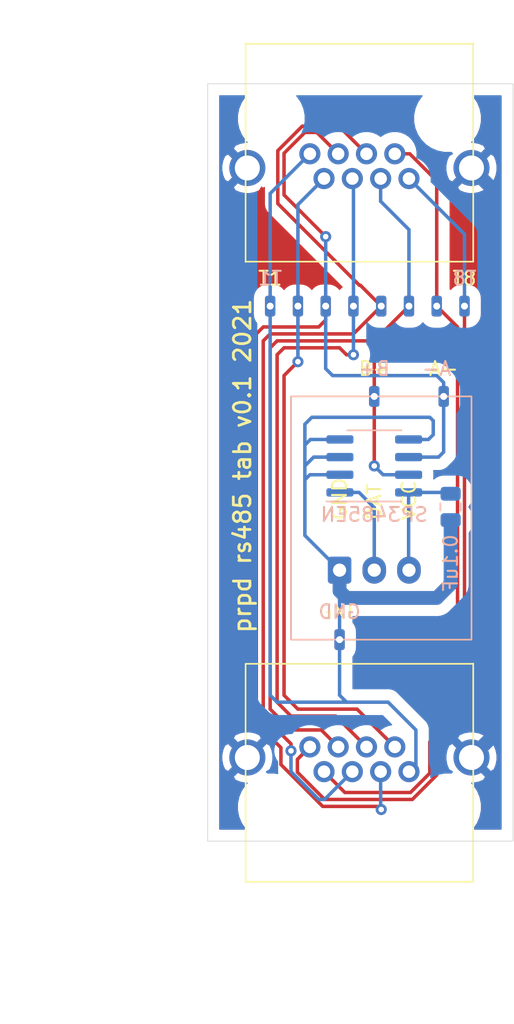
<source format=kicad_pcb>
(kicad_pcb (version 20171130) (host pcbnew 5.1.8+dfsg1-1~bpo10+1)

  (general
    (thickness 1.6)
    (drawings 28)
    (tracks 156)
    (zones 0)
    (modules 16)
    (nets 12)
  )

  (page A4)
  (layers
    (0 F.Cu signal)
    (31 B.Cu signal)
    (32 B.Adhes user)
    (33 F.Adhes user)
    (34 B.Paste user)
    (35 F.Paste user)
    (36 B.SilkS user)
    (37 F.SilkS user)
    (38 B.Mask user)
    (39 F.Mask user)
    (40 Dwgs.User user)
    (41 Cmts.User user)
    (42 Eco1.User user)
    (43 Eco2.User user)
    (44 Edge.Cuts user)
    (45 Margin user)
    (46 B.CrtYd user)
    (47 F.CrtYd user)
    (48 B.Fab user)
    (49 F.Fab user)
  )

  (setup
    (last_trace_width 0.25)
    (user_trace_width 1)
    (trace_clearance 0.2)
    (zone_clearance 0.8)
    (zone_45_only yes)
    (trace_min 0.2)
    (via_size 0.8)
    (via_drill 0.4)
    (via_min_size 0.4)
    (via_min_drill 0.3)
    (uvia_size 0.3)
    (uvia_drill 0.1)
    (uvias_allowed no)
    (uvia_min_size 0.2)
    (uvia_min_drill 0.1)
    (edge_width 0.05)
    (segment_width 0.2)
    (pcb_text_width 0.3)
    (pcb_text_size 1.5 1.5)
    (mod_edge_width 0.12)
    (mod_text_size 1 1)
    (mod_text_width 0.15)
    (pad_size 1.524 1.524)
    (pad_drill 0.762)
    (pad_to_mask_clearance 0)
    (aux_axis_origin 0 0)
    (visible_elements FFFFFF7F)
    (pcbplotparams
      (layerselection 0x010fc_ffffffff)
      (usegerberextensions false)
      (usegerberattributes true)
      (usegerberadvancedattributes true)
      (creategerberjobfile true)
      (excludeedgelayer true)
      (linewidth 0.100000)
      (plotframeref false)
      (viasonmask false)
      (mode 1)
      (useauxorigin false)
      (hpglpennumber 1)
      (hpglpenspeed 20)
      (hpglpendiameter 15.000000)
      (psnegative false)
      (psa4output false)
      (plotreference true)
      (plotvalue true)
      (plotinvisibletext false)
      (padsonsilk false)
      (subtractmaskfromsilk false)
      (outputformat 1)
      (mirror false)
      (drillshape 1)
      (scaleselection 1)
      (outputdirectory ""))
  )

  (net 0 "")
  (net 1 "Net-(J1-Pad2)")
  (net 2 "Net-(J1-Pad3)")
  (net 3 "Net-(J1-Pad4)")
  (net 4 "Net-(J1-Pad5)")
  (net 5 "Net-(J1-Pad6)")
  (net 6 "Net-(J1-Pad7)")
  (net 7 "Net-(J1-Pad8)")
  (net 8 "Net-(J2-Pad2)")
  (net 9 "Net-(J1-PadSH)")
  (net 10 "Net-(C1-Pad2)")
  (net 11 "Net-(C1-Pad1)")

  (net_class Default "This is the default net class."
    (clearance 0.2)
    (trace_width 0.25)
    (via_dia 0.8)
    (via_drill 0.4)
    (uvia_dia 0.3)
    (uvia_drill 0.1)
    (add_net "Net-(C1-Pad1)")
    (add_net "Net-(C1-Pad2)")
    (add_net "Net-(J1-Pad2)")
    (add_net "Net-(J1-Pad3)")
    (add_net "Net-(J1-Pad4)")
    (add_net "Net-(J1-Pad5)")
    (add_net "Net-(J1-Pad6)")
    (add_net "Net-(J1-Pad7)")
    (add_net "Net-(J1-Pad8)")
    (add_net "Net-(J1-PadSH)")
    (add_net "Net-(J2-Pad2)")
  )

  (module Connector_JST:JST_XH_B3B-XH-A_1x03_P2.50mm_Vertical (layer F.Cu) (tedit 600C6BF0) (tstamp 600CFFD3)
    (at 147 95.5)
    (descr "JST XH series connector, B3B-XH-A (http://www.jst-mfg.com/product/pdf/eng/eXH.pdf), generated with kicad-footprint-generator")
    (tags "connector JST XH vertical")
    (path /600E1A84)
    (fp_text reference J2 (at 2.5 2.75 90) (layer F.SilkS) hide
      (effects (font (size 1 1) (thickness 0.15)))
    )
    (fp_text value Conn_01x03 (at 2.5 4.6) (layer F.Fab)
      (effects (font (size 1 1) (thickness 0.15)))
    )
    (fp_line (start -2.45 -2.35) (end -2.45 3.4) (layer F.Fab) (width 0.1))
    (fp_line (start -2.45 3.4) (end 7.45 3.4) (layer F.Fab) (width 0.1))
    (fp_line (start 7.45 3.4) (end 7.45 -2.35) (layer F.Fab) (width 0.1))
    (fp_line (start 7.45 -2.35) (end -2.45 -2.35) (layer F.Fab) (width 0.1))
    (fp_line (start -2.95 -2.85) (end -2.95 3.9) (layer F.CrtYd) (width 0.05))
    (fp_line (start -2.95 3.9) (end 7.95 3.9) (layer F.CrtYd) (width 0.05))
    (fp_line (start 7.95 3.9) (end 7.95 -2.85) (layer F.CrtYd) (width 0.05))
    (fp_line (start 7.95 -2.85) (end -2.95 -2.85) (layer F.CrtYd) (width 0.05))
    (fp_line (start -0.625 -2.35) (end 0 -1.35) (layer F.Fab) (width 0.1))
    (fp_line (start 0 -1.35) (end 0.625 -2.35) (layer F.Fab) (width 0.1))
    (fp_text user %R (at 2.5 2.7) (layer F.Fab)
      (effects (font (size 1 1) (thickness 0.15)))
    )
    (pad 3 thru_hole oval (at 5 0) (size 1.7 1.95) (drill 0.95) (layers *.Cu *.Mask)
      (net 10 "Net-(C1-Pad2)"))
    (pad 2 thru_hole oval (at 2.5 0) (size 1.7 1.95) (drill 0.95) (layers *.Cu *.Mask)
      (net 8 "Net-(J2-Pad2)"))
    (pad 1 thru_hole roundrect (at 0 0) (size 1.7 1.95) (drill 0.95) (layers *.Cu *.Mask) (roundrect_rratio 0.147059)
      (net 11 "Net-(C1-Pad1)"))
    (model ${KISYS3DMOD}/Connector_JST.3dshapes/JST_XH_B3B-XH-A_1x03_P2.50mm_Vertical.wrl
      (at (xyz 0 0 0))
      (scale (xyz 1 1 1))
      (rotate (xyz 0 0 0))
    )
  )

  (module Package_SO:SOIC-8_3.9x4.9mm_P1.27mm (layer B.Cu) (tedit 5D9F72B1) (tstamp 600CE724)
    (at 149.5 88)
    (descr "SOIC, 8 Pin (JEDEC MS-012AA, https://www.analog.com/media/en/package-pcb-resources/package/pkg_pdf/soic_narrow-r/r_8.pdf), generated with kicad-footprint-generator ipc_gullwing_generator.py")
    (tags "SOIC SO")
    (path /600DC9C0)
    (attr smd)
    (fp_text reference U1 (at 0 3.4) (layer B.SilkS) hide
      (effects (font (size 1 1) (thickness 0.15)) (justify mirror))
    )
    (fp_text value SP3485EN (at 0 3.5) (layer B.SilkS)
      (effects (font (size 1 1) (thickness 0.15)) (justify mirror))
    )
    (fp_line (start 3.7 2.7) (end -3.7 2.7) (layer B.CrtYd) (width 0.05))
    (fp_line (start 3.7 -2.7) (end 3.7 2.7) (layer B.CrtYd) (width 0.05))
    (fp_line (start -3.7 -2.7) (end 3.7 -2.7) (layer B.CrtYd) (width 0.05))
    (fp_line (start -3.7 2.7) (end -3.7 -2.7) (layer B.CrtYd) (width 0.05))
    (fp_line (start -1.95 1.475) (end -0.975 2.45) (layer B.Fab) (width 0.1))
    (fp_line (start -1.95 -2.45) (end -1.95 1.475) (layer B.Fab) (width 0.1))
    (fp_line (start 1.95 -2.45) (end -1.95 -2.45) (layer B.Fab) (width 0.1))
    (fp_line (start 1.95 2.45) (end 1.95 -2.45) (layer B.Fab) (width 0.1))
    (fp_line (start -0.975 2.45) (end 1.95 2.45) (layer B.Fab) (width 0.1))
    (fp_line (start 0 2.56) (end -3.45 2.56) (layer B.SilkS) (width 0.12))
    (fp_line (start 0 2.56) (end 1.95 2.56) (layer B.SilkS) (width 0.12))
    (fp_line (start 0 -2.56) (end -1.95 -2.56) (layer B.SilkS) (width 0.12))
    (fp_line (start 0 -2.56) (end 1.95 -2.56) (layer B.SilkS) (width 0.12))
    (fp_text user %R (at 0 0) (layer B.Fab) hide
      (effects (font (size 0.98 0.98) (thickness 0.15)) (justify mirror))
    )
    (pad 8 smd roundrect (at 2.475 1.905) (size 1.95 0.6) (layers B.Cu B.Paste B.Mask) (roundrect_rratio 0.25)
      (net 10 "Net-(C1-Pad2)"))
    (pad 7 smd roundrect (at 2.475 0.635) (size 1.95 0.6) (layers B.Cu B.Paste B.Mask) (roundrect_rratio 0.25)
      (net 5 "Net-(J1-Pad6)"))
    (pad 6 smd roundrect (at 2.475 -0.635) (size 1.95 0.6) (layers B.Cu B.Paste B.Mask) (roundrect_rratio 0.25)
      (net 2 "Net-(J1-Pad3)"))
    (pad 5 smd roundrect (at 2.475 -1.905) (size 1.95 0.6) (layers B.Cu B.Paste B.Mask) (roundrect_rratio 0.25)
      (net 11 "Net-(C1-Pad1)"))
    (pad 4 smd roundrect (at -2.475 -1.905) (size 1.95 0.6) (layers B.Cu B.Paste B.Mask) (roundrect_rratio 0.25)
      (net 11 "Net-(C1-Pad1)"))
    (pad 3 smd roundrect (at -2.475 -0.635) (size 1.95 0.6) (layers B.Cu B.Paste B.Mask) (roundrect_rratio 0.25)
      (net 11 "Net-(C1-Pad1)"))
    (pad 2 smd roundrect (at -2.475 0.635) (size 1.95 0.6) (layers B.Cu B.Paste B.Mask) (roundrect_rratio 0.25)
      (net 11 "Net-(C1-Pad1)"))
    (pad 1 smd roundrect (at -2.475 1.905) (size 1.95 0.6) (layers B.Cu B.Paste B.Mask) (roundrect_rratio 0.25)
      (net 8 "Net-(J2-Pad2)"))
    (model ${KISYS3DMOD}/Package_SO.3dshapes/SOIC-8_3.9x4.9mm_P1.27mm.wrl
      (at (xyz 0 0 0))
      (scale (xyz 1 1 1))
      (rotate (xyz 0 0 0))
    )
  )

  (module "prpd_hardware:CAT5 T1U 2.8N4N" (layer F.Cu) (tedit 600C432F) (tstamp 600C9A7B)
    (at 148.43 67.32 180)
    (path /600C85C2)
    (fp_text reference J1 (at -0.07 5.82) (layer F.SilkS) hide
      (effects (font (size 1 1) (thickness 0.15)))
    )
    (fp_text value RJ45_Shielded (at 0 12) (layer F.Fab)
      (effects (font (size 1 1) (thickness 0.15)))
    )
    (fp_line (start 8.2 9.7) (end 8.2 -6) (layer F.SilkS) (width 0.12))
    (fp_line (start 8.2 9.7) (end -8.2 9.7) (layer F.SilkS) (width 0.12))
    (fp_line (start -8.2 -5.98) (end -8.2 9.72) (layer F.SilkS) (width 0.12))
    (fp_line (start 8.2 -5.98) (end -8.2 -5.98) (layer F.SilkS) (width 0.12))
    (fp_line (start 8.2 9.72) (end -8.2 9.72) (layer F.CrtYd) (width 0.12))
    (fp_line (start 8.2 -5.98) (end -8.2 -5.98) (layer F.CrtYd) (width 0.12))
    (fp_line (start -8.2 -5.98) (end -8.2 9.72) (layer F.CrtYd) (width 0.12))
    (fp_line (start 8.2 9.72) (end 8.2 -5.98) (layer F.CrtYd) (width 0.12))
    (fp_line (start -5 9) (end 5 9) (layer F.CrtYd) (width 0.12))
    (fp_text user %R (at 0 0) (layer F.Fab)
      (effects (font (size 1 1) (thickness 0.15)))
    )
    (pad SH thru_hole circle (at -8.075 0.76 180) (size 2.6 2.6) (drill 1.8) (layers *.Cu *.Mask)
      (net 9 "Net-(J1-PadSH)"))
    (pad 1 thru_hole circle (at 3.57 1.78 180) (size 1.524 1.524) (drill 0.9) (layers *.Cu *.Mask)
      (net 11 "Net-(C1-Pad1)"))
    (pad 2 thru_hole circle (at 2.55 0 180) (size 1.524 1.524) (drill 0.9) (layers *.Cu *.Mask)
      (net 1 "Net-(J1-Pad2)"))
    (pad 3 thru_hole circle (at 1.53 1.78 180) (size 1.524 1.524) (drill 0.9) (layers *.Cu *.Mask)
      (net 2 "Net-(J1-Pad3)"))
    (pad 4 thru_hole circle (at 0.51 0 180) (size 1.524 1.524) (drill 0.9) (layers *.Cu *.Mask)
      (net 3 "Net-(J1-Pad4)"))
    (pad 5 thru_hole circle (at -0.51 1.78 180) (size 1.524 1.524) (drill 0.9) (layers *.Cu *.Mask)
      (net 4 "Net-(J1-Pad5)"))
    (pad 6 thru_hole circle (at -1.53 0 180) (size 1.524 1.524) (drill 0.9) (layers *.Cu *.Mask)
      (net 5 "Net-(J1-Pad6)"))
    (pad 7 thru_hole circle (at -2.55 1.78 180) (size 1.524 1.524) (drill 0.9) (layers *.Cu *.Mask)
      (net 6 "Net-(J1-Pad7)"))
    (pad 8 thru_hole circle (at -3.57 0 180) (size 1.524 1.524) (drill 0.9) (layers *.Cu *.Mask)
      (net 7 "Net-(J1-Pad8)"))
    (pad SH thru_hole circle (at 8.075 0.76 180) (size 2.6 2.6) (drill 1.8) (layers *.Cu *.Mask)
      (net 9 "Net-(J1-PadSH)"))
    (pad "" np_thru_hole circle (at -6.35 4.32 180) (size 3.2 3.2) (drill 3.2) (layers *.Cu *.Mask))
    (pad "" np_thru_hole circle (at 6.35 4.32 180) (size 3.2 3.2) (drill 3.2) (layers *.Cu *.Mask))
  )

  (module prpd_hardware:tab (layer F.Cu) (tedit 600C493D) (tstamp 600CED3C)
    (at 149.5 83 180)
    (path /6017F0DA)
    (fp_text reference TI3 (at 0 -2) (layer F.SilkS) hide
      (effects (font (size 1 1) (thickness 0.15)))
    )
    (fp_text value B+ (at 0 2) (layer F.SilkS)
      (effects (font (size 1 1) (thickness 0.15)))
    )
    (pad 1 thru_hole roundrect (at 0 0 180) (size 0.75 1.5) (drill 0.5) (layers *.Cu *.Mask) (roundrect_rratio 0.25)
      (net 5 "Net-(J1-Pad6)"))
  )

  (module prpd_hardware:tab (layer F.Cu) (tedit 600C493D) (tstamp 600CED37)
    (at 154.5 83 180)
    (path /6017E737)
    (fp_text reference TI2 (at 0 -2) (layer F.SilkS) hide
      (effects (font (size 1 1) (thickness 0.15)))
    )
    (fp_text value A- (at 0 2) (layer F.SilkS)
      (effects (font (size 1 1) (thickness 0.15)))
    )
    (pad 1 thru_hole roundrect (at 0 0 180) (size 0.75 1.5) (drill 0.5) (layers *.Cu *.Mask) (roundrect_rratio 0.25)
      (net 2 "Net-(J1-Pad3)"))
  )

  (module prpd_hardware:tab (layer F.Cu) (tedit 600C493D) (tstamp 600CED32)
    (at 147 100.5 180)
    (path /6017F6C1)
    (fp_text reference TI1 (at 0 -2) (layer F.SilkS) hide
      (effects (font (size 1 1) (thickness 0.15)))
    )
    (fp_text value GND (at 0 2) (layer B.SilkS)
      (effects (font (size 1 1) (thickness 0.15)) (justify mirror))
    )
    (pad 1 thru_hole roundrect (at 0 0 180) (size 0.75 1.5) (drill 0.5) (layers *.Cu *.Mask) (roundrect_rratio 0.25)
      (net 11 "Net-(C1-Pad1)"))
  )

  (module Capacitor_SMD:C_0805_2012Metric (layer B.Cu) (tedit 5F68FEEE) (tstamp 600CEC35)
    (at 155 90.95 90)
    (descr "Capacitor SMD 0805 (2012 Metric), square (rectangular) end terminal, IPC_7351 nominal, (Body size source: IPC-SM-782 page 76, https://www.pcb-3d.com/wordpress/wp-content/uploads/ipc-sm-782a_amendment_1_and_2.pdf, https://docs.google.com/spreadsheets/d/1BsfQQcO9C6DZCsRaXUlFlo91Tg2WpOkGARC1WS5S8t0/edit?usp=sharing), generated with kicad-footprint-generator")
    (tags capacitor)
    (path /60196B0E)
    (attr smd)
    (fp_text reference C1 (at 0 1.68 270) (layer B.SilkS) hide
      (effects (font (size 1 1) (thickness 0.15)) (justify mirror))
    )
    (fp_text value 0.1uF (at -4.05 0 270) (layer B.SilkS)
      (effects (font (size 1 1) (thickness 0.15)) (justify mirror))
    )
    (fp_line (start 1.7 -0.98) (end -1.7 -0.98) (layer B.CrtYd) (width 0.05))
    (fp_line (start 1.7 0.98) (end 1.7 -0.98) (layer B.CrtYd) (width 0.05))
    (fp_line (start -1.7 0.98) (end 1.7 0.98) (layer B.CrtYd) (width 0.05))
    (fp_line (start -1.7 -0.98) (end -1.7 0.98) (layer B.CrtYd) (width 0.05))
    (fp_line (start -0.261252 -0.735) (end 0.261252 -0.735) (layer B.SilkS) (width 0.12))
    (fp_line (start -0.261252 0.735) (end 0.261252 0.735) (layer B.SilkS) (width 0.12))
    (fp_line (start 1 -0.625) (end -1 -0.625) (layer B.Fab) (width 0.1))
    (fp_line (start 1 0.625) (end 1 -0.625) (layer B.Fab) (width 0.1))
    (fp_line (start -1 0.625) (end 1 0.625) (layer B.Fab) (width 0.1))
    (fp_line (start -1 -0.625) (end -1 0.625) (layer B.Fab) (width 0.1))
    (fp_text user %R (at 0 0 270) (layer B.Fab) hide
      (effects (font (size 0.5 0.5) (thickness 0.08)) (justify mirror))
    )
    (pad 2 smd roundrect (at 0.95 0 90) (size 1 1.45) (layers B.Cu B.Paste B.Mask) (roundrect_rratio 0.25)
      (net 10 "Net-(C1-Pad2)"))
    (pad 1 smd roundrect (at -0.95 0 90) (size 1 1.45) (layers B.Cu B.Paste B.Mask) (roundrect_rratio 0.25)
      (net 11 "Net-(C1-Pad1)"))
    (model ${KISYS3DMOD}/Capacitor_SMD.3dshapes/C_0805_2012Metric.wrl
      (at (xyz 0 0 0))
      (scale (xyz 1 1 1))
      (rotate (xyz 0 0 0))
    )
  )

  (module prpd_hardware:tab (layer F.Cu) (tedit 600C493D) (tstamp 600C9B1F)
    (at 156 76.5)
    (path /600D90A9)
    (fp_text reference T8 (at 0 -2) (layer F.SilkS)
      (effects (font (size 1 1) (thickness 0.15)))
    )
    (fp_text value " " (at 0 2) (layer F.Fab)
      (effects (font (size 1 1) (thickness 0.15)))
    )
    (pad 1 thru_hole roundrect (at 0 0) (size 0.75 1.5) (drill 0.5) (layers *.Cu *.Mask) (roundrect_rratio 0.25)
      (net 7 "Net-(J1-Pad8)"))
  )

  (module prpd_hardware:tab (layer F.Cu) (tedit 600C493D) (tstamp 600C9B15)
    (at 154 76.5)
    (path /600DA03B)
    (fp_text reference T7 (at 0 -2) (layer F.SilkS) hide
      (effects (font (size 1 1) (thickness 0.15)))
    )
    (fp_text value " " (at 0 2) (layer F.Fab)
      (effects (font (size 1 1) (thickness 0.15)))
    )
    (pad 1 thru_hole roundrect (at 0 0) (size 0.75 1.5) (drill 0.5) (layers *.Cu *.Mask) (roundrect_rratio 0.25)
      (net 6 "Net-(J1-Pad7)"))
  )

  (module prpd_hardware:tab (layer F.Cu) (tedit 600C493D) (tstamp 600C9B0B)
    (at 152 76.5)
    (path /600DA6BC)
    (fp_text reference T6 (at 0 -2) (layer F.SilkS) hide
      (effects (font (size 1 1) (thickness 0.15)))
    )
    (fp_text value " " (at 0 2) (layer F.Fab)
      (effects (font (size 1 1) (thickness 0.15)))
    )
    (pad 1 thru_hole roundrect (at 0 0) (size 0.75 1.5) (drill 0.5) (layers *.Cu *.Mask) (roundrect_rratio 0.25)
      (net 5 "Net-(J1-Pad6)"))
  )

  (module prpd_hardware:tab (layer F.Cu) (tedit 600C493D) (tstamp 600C9B01)
    (at 150 76.5)
    (path /600DAA20)
    (fp_text reference T5 (at 0 -2) (layer F.SilkS) hide
      (effects (font (size 1 1) (thickness 0.15)))
    )
    (fp_text value " " (at 0 2) (layer F.Fab)
      (effects (font (size 1 1) (thickness 0.15)))
    )
    (pad 1 thru_hole roundrect (at 0 0) (size 0.75 1.5) (drill 0.5) (layers *.Cu *.Mask) (roundrect_rratio 0.25)
      (net 4 "Net-(J1-Pad5)"))
  )

  (module prpd_hardware:tab (layer F.Cu) (tedit 600C493D) (tstamp 600C9AF7)
    (at 148 76.5)
    (path /600DAF87)
    (fp_text reference T4 (at 0 -2) (layer F.SilkS) hide
      (effects (font (size 1 1) (thickness 0.15)))
    )
    (fp_text value " " (at 0 2) (layer F.Fab)
      (effects (font (size 1 1) (thickness 0.15)))
    )
    (pad 1 thru_hole roundrect (at 0 0) (size 0.75 1.5) (drill 0.5) (layers *.Cu *.Mask) (roundrect_rratio 0.25)
      (net 3 "Net-(J1-Pad4)"))
  )

  (module prpd_hardware:tab (layer F.Cu) (tedit 600C493D) (tstamp 600C9AED)
    (at 146 76.5)
    (path /600DB38E)
    (fp_text reference T3 (at 0 -2) (layer F.SilkS) hide
      (effects (font (size 1 1) (thickness 0.15)))
    )
    (fp_text value " " (at 0 2) (layer F.Fab)
      (effects (font (size 1 1) (thickness 0.15)))
    )
    (pad 1 thru_hole roundrect (at 0 0) (size 0.75 1.5) (drill 0.5) (layers *.Cu *.Mask) (roundrect_rratio 0.25)
      (net 2 "Net-(J1-Pad3)"))
  )

  (module prpd_hardware:tab (layer F.Cu) (tedit 600C493D) (tstamp 600CDA82)
    (at 144 76.5)
    (path /600DB7D2)
    (fp_text reference T2 (at 0 -2) (layer F.SilkS) hide
      (effects (font (size 1 1) (thickness 0.15)))
    )
    (fp_text value " " (at 0 2) (layer F.Fab)
      (effects (font (size 1 1) (thickness 0.15)))
    )
    (pad 1 thru_hole roundrect (at 0 0) (size 0.75 1.5) (drill 0.5) (layers *.Cu *.Mask) (roundrect_rratio 0.25)
      (net 1 "Net-(J1-Pad2)"))
  )

  (module prpd_hardware:tab (layer F.Cu) (tedit 600C493D) (tstamp 600CDA3A)
    (at 142 76.5)
    (path /600DBB38)
    (fp_text reference T1 (at 0 -2) (layer F.SilkS)
      (effects (font (size 1 1) (thickness 0.15)))
    )
    (fp_text value " " (at 0 2) (layer F.Fab)
      (effects (font (size 1 1) (thickness 0.15)))
    )
    (pad 1 thru_hole roundrect (at 0 0) (size 0.75 1.5) (drill 0.5) (layers *.Cu *.Mask) (roundrect_rratio 0.25)
      (net 11 "Net-(C1-Pad1)"))
  )

  (module "prpd_hardware:CAT5 T1U 2.8N4N" (layer F.Cu) (tedit 600C432F) (tstamp 600C9ACF)
    (at 148.43 108.22)
    (path /600C9484)
    (fp_text reference J11 (at 0.07 7.28) (layer F.SilkS) hide
      (effects (font (size 1 1) (thickness 0.15)))
    )
    (fp_text value RJ45_Shielded (at 0 12) (layer F.Fab)
      (effects (font (size 1 1) (thickness 0.15)))
    )
    (fp_line (start 8.2 9.7) (end 8.2 -6) (layer F.SilkS) (width 0.12))
    (fp_line (start 8.2 9.7) (end -8.2 9.7) (layer F.SilkS) (width 0.12))
    (fp_line (start -8.2 -5.98) (end -8.2 9.72) (layer F.SilkS) (width 0.12))
    (fp_line (start 8.2 -5.98) (end -8.2 -5.98) (layer F.SilkS) (width 0.12))
    (fp_line (start 8.2 9.72) (end -8.2 9.72) (layer F.CrtYd) (width 0.12))
    (fp_line (start 8.2 -5.98) (end -8.2 -5.98) (layer F.CrtYd) (width 0.12))
    (fp_line (start -8.2 -5.98) (end -8.2 9.72) (layer F.CrtYd) (width 0.12))
    (fp_line (start 8.2 9.72) (end 8.2 -5.98) (layer F.CrtYd) (width 0.12))
    (fp_line (start -5 9) (end 5 9) (layer F.CrtYd) (width 0.12))
    (fp_text user %R (at 0 0) (layer F.Fab)
      (effects (font (size 1 1) (thickness 0.15)))
    )
    (pad SH thru_hole circle (at -8.075 0.76) (size 2.6 2.6) (drill 1.8) (layers *.Cu *.Mask)
      (net 9 "Net-(J1-PadSH)"))
    (pad 1 thru_hole circle (at 3.57 1.78) (size 1.524 1.524) (drill 0.9) (layers *.Cu *.Mask)
      (net 11 "Net-(C1-Pad1)"))
    (pad 2 thru_hole circle (at 2.55 0) (size 1.524 1.524) (drill 0.9) (layers *.Cu *.Mask)
      (net 1 "Net-(J1-Pad2)"))
    (pad 3 thru_hole circle (at 1.53 1.78) (size 1.524 1.524) (drill 0.9) (layers *.Cu *.Mask)
      (net 2 "Net-(J1-Pad3)"))
    (pad 4 thru_hole circle (at 0.51 0) (size 1.524 1.524) (drill 0.9) (layers *.Cu *.Mask)
      (net 3 "Net-(J1-Pad4)"))
    (pad 5 thru_hole circle (at -0.51 1.78) (size 1.524 1.524) (drill 0.9) (layers *.Cu *.Mask)
      (net 4 "Net-(J1-Pad5)"))
    (pad 6 thru_hole circle (at -1.53 0) (size 1.524 1.524) (drill 0.9) (layers *.Cu *.Mask)
      (net 5 "Net-(J1-Pad6)"))
    (pad 7 thru_hole circle (at -2.55 1.78) (size 1.524 1.524) (drill 0.9) (layers *.Cu *.Mask)
      (net 6 "Net-(J1-Pad7)"))
    (pad 8 thru_hole circle (at -3.57 0) (size 1.524 1.524) (drill 0.9) (layers *.Cu *.Mask)
      (net 7 "Net-(J1-Pad8)"))
    (pad SH thru_hole circle (at 8.075 0.76) (size 2.6 2.6) (drill 1.8) (layers *.Cu *.Mask)
      (net 9 "Net-(J1-PadSH)"))
    (pad "" np_thru_hole circle (at -6.35 4.32) (size 3.2 3.2) (drill 3.2) (layers *.Cu *.Mask))
    (pad "" np_thru_hole circle (at 6.35 4.32) (size 3.2 3.2) (drill 3.2) (layers *.Cu *.Mask))
  )

  (dimension 54.5 (width 0.15) (layer Dwgs.User)
    (gr_text "54.500 mm" (at 126.2 87.75 90) (layer Dwgs.User)
      (effects (font (size 1 1) (thickness 0.15)))
    )
    (feature1 (pts (xy 135 60.5) (xy 126.913579 60.5)))
    (feature2 (pts (xy 135 115) (xy 126.913579 115)))
    (crossbar (pts (xy 127.5 115) (xy 127.5 60.5)))
    (arrow1a (pts (xy 127.5 60.5) (xy 128.086421 61.626504)))
    (arrow1b (pts (xy 127.5 60.5) (xy 126.913579 61.626504)))
    (arrow2a (pts (xy 127.5 115) (xy 128.086421 113.873496)))
    (arrow2b (pts (xy 127.5 115) (xy 126.913579 113.873496)))
  )
  (dimension 22 (width 0.15) (layer Dwgs.User) (tstamp 600CA107)
    (gr_text "22.000 mm" (at 148.5 128.8) (layer Dwgs.User) (tstamp 600CA107)
      (effects (font (size 1 1) (thickness 0.15)))
    )
    (feature1 (pts (xy 159.5 117.5) (xy 159.5 128.086421)))
    (feature2 (pts (xy 137.5 117.5) (xy 137.5 128.086421)))
    (crossbar (pts (xy 137.5 127.5) (xy 159.5 127.5)))
    (arrow1a (pts (xy 159.5 127.5) (xy 158.373496 128.086421)))
    (arrow1b (pts (xy 159.5 127.5) (xy 158.373496 126.913579)))
    (arrow2a (pts (xy 137.5 127.5) (xy 138.626504 128.086421)))
    (arrow2b (pts (xy 137.5 127.5) (xy 138.626504 126.913579)))
  )
  (gr_line (start 159.5 115) (end 159.5 60.5) (layer Edge.Cuts) (width 0.05) (tstamp 600CA041))
  (gr_line (start 137.5 115) (end 159.5 115) (layer Edge.Cuts) (width 0.05))
  (gr_line (start 137.5 60.5) (end 137.5 115) (layer Edge.Cuts) (width 0.05))
  (gr_line (start 159.5 60.5) (end 137.5 60.5) (layer Edge.Cuts) (width 0.05))
  (gr_text T8 (at 156 74.5) (layer B.SilkS)
    (effects (font (size 1 1) (thickness 0.15)) (justify mirror))
  )
  (gr_text T1 (at 142 74.5) (layer B.SilkS)
    (effects (font (size 1 1) (thickness 0.15)) (justify mirror))
  )
  (gr_text A- (at 154 81) (layer B.SilkS)
    (effects (font (size 1 1) (thickness 0.15)) (justify mirror))
  )
  (gr_text B+ (at 149.5 81) (layer B.SilkS)
    (effects (font (size 1 1) (thickness 0.15)) (justify mirror))
  )
  (gr_text GND (at 147 98.5) (layer F.SilkS)
    (effects (font (size 1 1) (thickness 0.15)))
  )
  (gr_text DAT (at 149.5 92 90) (layer F.SilkS) (tstamp 600D0F17)
    (effects (font (size 1 1) (thickness 0.15)) (justify left))
  )
  (gr_text VCC (at 152 92 90) (layer F.SilkS) (tstamp 600D0F0F)
    (effects (font (size 1 1) (thickness 0.15)) (justify left))
  )
  (gr_text GND (at 147 92 90) (layer F.SilkS) (tstamp 600D0FF7)
    (effects (font (size 1 1) (thickness 0.15)) (justify left))
  )
  (gr_text "prpd rs485 tab v0.1 2021" (at 140 88 90) (layer F.SilkS)
    (effects (font (size 1.2 1.2) (thickness 0.2)))
  )
  (gr_line (start 156.5 83) (end 155.5 83) (layer B.SilkS) (width 0.12) (tstamp 600CFA12))
  (gr_line (start 156.5 100.5) (end 156.5 83) (layer B.SilkS) (width 0.12))
  (gr_line (start 155.5 100.5) (end 156.5 100.5) (layer B.SilkS) (width 0.12))
  (gr_line (start 156.5 100.5) (end 155.5 100.5) (layer F.SilkS) (width 0.12) (tstamp 600CFA0D))
  (gr_line (start 156.5 83) (end 156.5 100.5) (layer F.SilkS) (width 0.12))
  (gr_line (start 155.5 83) (end 156.5 83) (layer F.SilkS) (width 0.12))
  (gr_line (start 155.5 83) (end 156.5 83) (layer Dwgs.User) (width 0.15))
  (gr_line (start 143.5 100.5) (end 143.5 83) (layer B.SilkS) (width 0.12) (tstamp 600CF2FB))
  (gr_line (start 155.5 100.5) (end 143.5 100.5) (layer B.SilkS) (width 0.12))
  (gr_line (start 143.5 83) (end 155.5 83) (layer B.SilkS) (width 0.12))
  (gr_line (start 143.5 100.5) (end 143.5 83) (layer F.SilkS) (width 0.12) (tstamp 600CF2FA))
  (gr_line (start 155.5 100.5) (end 143.5 100.5) (layer F.SilkS) (width 0.12))
  (gr_line (start 143.5 83) (end 155.5 83) (layer F.SilkS) (width 0.12))

  (segment (start 144 69.2) (end 145.88 67.32) (width 0.25) (layer B.Cu) (net 1))
  (segment (start 144 78) (end 144 69.2) (width 0.25) (layer B.Cu) (net 1))
  (via (at 144 80.5) (size 0.8) (drill 0.4) (layers F.Cu B.Cu) (net 1))
  (segment (start 144 76.5) (end 144 80.5) (width 0.25) (layer B.Cu) (net 1))
  (segment (start 144 80.5) (end 144 78) (width 0.25) (layer B.Cu) (net 1))
  (segment (start 148.88 106.12) (end 150.98 108.22) (width 0.25) (layer F.Cu) (net 1))
  (segment (start 143 104.5) (end 144 105.5) (width 0.25) (layer F.Cu) (net 1))
  (segment (start 144 105.5) (end 148.26 105.5) (width 0.25) (layer F.Cu) (net 1))
  (segment (start 144 80.5) (end 143 81.5) (width 0.25) (layer F.Cu) (net 1))
  (segment (start 148.26 105.5) (end 148.88 106.12) (width 0.25) (layer F.Cu) (net 1))
  (segment (start 143 81.5) (end 143 104.5) (width 0.25) (layer F.Cu) (net 1))
  (segment (start 146.9 65.54) (end 145.36 64) (width 0.25) (layer F.Cu) (net 2))
  (segment (start 145.36 64) (end 144.791238 64) (width 0.25) (layer F.Cu) (net 2))
  (segment (start 144.791238 64) (end 144.5 64) (width 0.25) (layer F.Cu) (net 2))
  (segment (start 144.5 64) (end 143 65.5) (width 0.25) (layer F.Cu) (net 2))
  (segment (start 143 65.5) (end 143 68.5) (width 0.25) (layer F.Cu) (net 2))
  (segment (start 143 68.5) (end 146 71.5) (width 0.25) (layer F.Cu) (net 2))
  (via (at 146 71.5) (size 0.8) (drill 0.4) (layers F.Cu B.Cu) (net 2))
  (segment (start 146 76.5) (end 146 77) (width 0.25) (layer B.Cu) (net 2))
  (segment (start 146 71.5) (end 146 77) (width 0.25) (layer B.Cu) (net 2))
  (segment (start 146 76.5) (end 146 77.5) (width 0.25) (layer F.Cu) (net 2))
  (segment (start 146 77.5) (end 145.5 78) (width 0.25) (layer F.Cu) (net 2))
  (segment (start 145.5 78) (end 141.5 78) (width 0.25) (layer F.Cu) (net 2))
  (segment (start 141.5 78) (end 141 78.5) (width 0.25) (layer F.Cu) (net 2))
  (segment (start 141 78.5) (end 141 106.5) (width 0.25) (layer F.Cu) (net 2))
  (segment (start 141 106.5) (end 141.980001 107.480001) (width 0.25) (layer F.Cu) (net 2))
  (segment (start 146 81) (end 146 76.5) (width 0.25) (layer B.Cu) (net 2))
  (segment (start 154.5 87) (end 154.5 83.5) (width 0.25) (layer B.Cu) (net 2))
  (segment (start 154.135 87.365) (end 154.5 87) (width 0.25) (layer B.Cu) (net 2))
  (segment (start 151.975 87.365) (end 154.135 87.365) (width 0.25) (layer B.Cu) (net 2))
  (segment (start 154.5 83) (end 154.5 82) (width 0.25) (layer B.Cu) (net 2))
  (segment (start 154.5 82) (end 154 81.5) (width 0.25) (layer B.Cu) (net 2))
  (segment (start 146.5 81.5) (end 146 81) (width 0.25) (layer B.Cu) (net 2))
  (segment (start 154 81.5) (end 146.5 81.5) (width 0.25) (layer B.Cu) (net 2))
  (segment (start 145.78359 112.5) (end 149.775 112.5) (width 0.25) (layer F.Cu) (net 2))
  (segment (start 142.774999 109.491409) (end 145.78359 112.5) (width 0.25) (layer F.Cu) (net 2))
  (segment (start 142.774999 108.274999) (end 142.774999 109.491409) (width 0.25) (layer F.Cu) (net 2))
  (segment (start 149.775 112.5) (end 150 112.725) (width 0.25) (layer F.Cu) (net 2))
  (segment (start 141.980001 107.480001) (end 142.774999 108.274999) (width 0.25) (layer F.Cu) (net 2))
  (via (at 150 112.725) (size 0.8) (drill 0.4) (layers F.Cu B.Cu) (net 2))
  (segment (start 149.96 112.685) (end 150 112.725) (width 0.25) (layer B.Cu) (net 2))
  (segment (start 149.96 110) (end 149.96 112.685) (width 0.25) (layer B.Cu) (net 2))
  (segment (start 148.94 108.22) (end 146.72 106) (width 0.25) (layer F.Cu) (net 3))
  (segment (start 146.72 106) (end 143.5 106) (width 0.25) (layer F.Cu) (net 3))
  (segment (start 143.5 106) (end 142.5 105) (width 0.25) (layer F.Cu) (net 3))
  (segment (start 142.5 105) (end 142.5 80) (width 0.25) (layer F.Cu) (net 3))
  (segment (start 142.5 80) (end 143 79.5) (width 0.25) (layer F.Cu) (net 3))
  (segment (start 143 79.5) (end 147 79.5) (width 0.25) (layer F.Cu) (net 3))
  (segment (start 147.5 80) (end 148 80) (width 0.25) (layer F.Cu) (net 3))
  (segment (start 147 79.5) (end 147.5 80) (width 0.25) (layer F.Cu) (net 3))
  (via (at 148 80) (size 0.8) (drill 0.4) (layers F.Cu B.Cu) (net 3))
  (segment (start 147.92 67.92) (end 148 68) (width 0.25) (layer B.Cu) (net 3))
  (segment (start 147.92 67.32) (end 147.92 67.92) (width 0.25) (layer B.Cu) (net 3))
  (segment (start 148 80) (end 148 68) (width 0.25) (layer B.Cu) (net 3))
  (segment (start 142.54999 69.122992) (end 148.426998 75) (width 0.25) (layer F.Cu) (net 4))
  (segment (start 142.54999 65.3136) (end 142.54999 69.122992) (width 0.25) (layer F.Cu) (net 4))
  (segment (start 144.313599 63.549991) (end 142.54999 65.3136) (width 0.25) (layer F.Cu) (net 4))
  (segment (start 148.94 65.54) (end 146.949991 63.549991) (width 0.25) (layer F.Cu) (net 4))
  (segment (start 146.949991 63.549991) (end 144.313599 63.549991) (width 0.25) (layer F.Cu) (net 4))
  (segment (start 148.5 75) (end 150 76.5) (width 0.25) (layer F.Cu) (net 4))
  (segment (start 148.426998 75) (end 148.5 75) (width 0.25) (layer F.Cu) (net 4))
  (segment (start 150 76.5) (end 148 78.5) (width 0.25) (layer F.Cu) (net 4))
  (segment (start 148 78.5) (end 142 78.5) (width 0.25) (layer F.Cu) (net 4))
  (segment (start 142 78.5) (end 141.5 79) (width 0.25) (layer F.Cu) (net 4))
  (segment (start 141.5 79) (end 141.5 87.5) (width 0.25) (layer F.Cu) (net 4))
  (segment (start 141.5 87.5) (end 141.5 106) (width 0.25) (layer F.Cu) (net 4))
  (segment (start 141.5 106) (end 143 107.5) (width 0.25) (layer F.Cu) (net 4))
  (segment (start 147.92 110) (end 145.92 112) (width 0.25) (layer B.Cu) (net 4))
  (segment (start 145.92 112) (end 145.5 112) (width 0.25) (layer B.Cu) (net 4))
  (segment (start 143 107.5) (end 143.5 108) (width 0.25) (layer F.Cu) (net 4))
  (segment (start 143.5 108) (end 143.5 108.5) (width 0.25) (layer F.Cu) (net 4))
  (via (at 143.5 108.5) (size 0.8) (drill 0.4) (layers F.Cu B.Cu) (net 4))
  (segment (start 143.5 108.5) (end 143.5 110) (width 0.25) (layer B.Cu) (net 4))
  (segment (start 145.5 112) (end 143.5 110) (width 0.25) (layer B.Cu) (net 4))
  (segment (start 145.68 107) (end 146.9 108.22) (width 0.25) (layer F.Cu) (net 5))
  (segment (start 149.5 79) (end 142.5 79) (width 0.25) (layer F.Cu) (net 5))
  (segment (start 143.5 107) (end 145.68 107) (width 0.25) (layer F.Cu) (net 5))
  (segment (start 142 79.5) (end 142 105.5) (width 0.25) (layer F.Cu) (net 5))
  (segment (start 152 76.5) (end 149.5 79) (width 0.25) (layer F.Cu) (net 5))
  (segment (start 142.5 79) (end 142 79.5) (width 0.25) (layer F.Cu) (net 5))
  (segment (start 142 105.5) (end 143.5 107) (width 0.25) (layer F.Cu) (net 5))
  (segment (start 152 76.5) (end 152 71) (width 0.25) (layer B.Cu) (net 5))
  (segment (start 149.96 68.96) (end 149.96 67.32) (width 0.25) (layer B.Cu) (net 5))
  (segment (start 152 71) (end 149.96 68.96) (width 0.25) (layer B.Cu) (net 5))
  (via (at 149.5 88) (size 0.8) (drill 0.4) (layers F.Cu B.Cu) (net 5))
  (segment (start 151.975 88.635) (end 150.135 88.635) (width 0.25) (layer B.Cu) (net 5))
  (segment (start 150.135 88.635) (end 149.5 88) (width 0.25) (layer B.Cu) (net 5))
  (segment (start 149.5 80.463572) (end 149.5 79) (width 0.25) (layer F.Cu) (net 5))
  (segment (start 149.5 88) (end 149.5 80.463572) (width 0.25) (layer F.Cu) (net 5))
  (segment (start 155.5 78) (end 155.5 105.86359) (width 0.25) (layer F.Cu) (net 6))
  (segment (start 154 76.5) (end 155.5 78) (width 0.25) (layer F.Cu) (net 6))
  (segment (start 152.05763 65.54) (end 150.98 65.54) (width 0.25) (layer F.Cu) (net 6))
  (segment (start 154 67.48237) (end 152.05763 65.54) (width 0.25) (layer F.Cu) (net 6))
  (segment (start 154 76.5) (end 154 67.48237) (width 0.25) (layer F.Cu) (net 6))
  (segment (start 145.88 110) (end 147.38 111.5) (width 0.25) (layer F.Cu) (net 6))
  (segment (start 152.108762 111.5) (end 153.5 110.108762) (width 0.25) (layer F.Cu) (net 6))
  (segment (start 147.38 111.5) (end 152.108762 111.5) (width 0.25) (layer F.Cu) (net 6))
  (segment (start 153.5 107.86359) (end 155.5 105.86359) (width 0.25) (layer F.Cu) (net 6))
  (segment (start 153.5 110.108762) (end 153.5 107.86359) (width 0.25) (layer F.Cu) (net 6))
  (segment (start 152 67.32) (end 156 71.32) (width 0.25) (layer B.Cu) (net 7))
  (segment (start 156 71.32) (end 156 76.5) (width 0.25) (layer B.Cu) (net 7))
  (segment (start 156 106) (end 156 76.5) (width 0.25) (layer F.Cu) (net 7))
  (segment (start 154 110.245172) (end 154 108) (width 0.25) (layer F.Cu) (net 7))
  (segment (start 145.92 112) (end 152.245172 112) (width 0.25) (layer F.Cu) (net 7))
  (segment (start 152.245172 112) (end 154 110.245172) (width 0.25) (layer F.Cu) (net 7))
  (segment (start 154 108) (end 156 106) (width 0.25) (layer F.Cu) (net 7))
  (segment (start 143.96 109.12) (end 143.96 110.04) (width 0.25) (layer F.Cu) (net 7))
  (segment (start 144.86 108.22) (end 143.96 109.12) (width 0.25) (layer F.Cu) (net 7))
  (segment (start 143.96 110.04) (end 145.92 112) (width 0.25) (layer F.Cu) (net 7))
  (segment (start 144.86 108.22) (end 144 109.08) (width 0.25) (layer F.Cu) (net 7))
  (segment (start 148.405 89.905) (end 147.025 89.905) (width 0.25) (layer B.Cu) (net 8))
  (segment (start 149.5 95.5) (end 149.5 91) (width 0.25) (layer B.Cu) (net 8))
  (segment (start 149.5 91) (end 148.405 89.905) (width 0.25) (layer B.Cu) (net 8))
  (segment (start 156.505 66.56) (end 158 68.055) (width 1) (layer B.Cu) (net 9))
  (segment (start 158 107.485) (end 156.505 108.98) (width 1) (layer B.Cu) (net 9))
  (segment (start 158 68.055) (end 158 107.485) (width 1) (layer B.Cu) (net 9))
  (segment (start 151.975 95.475) (end 152 95.5) (width 0.25) (layer B.Cu) (net 10))
  (segment (start 151.975 89.905) (end 151.975 95.475) (width 0.25) (layer B.Cu) (net 10))
  (segment (start 154.905 89.905) (end 155 90) (width 0.25) (layer B.Cu) (net 10))
  (segment (start 151.975 89.905) (end 154.905 89.905) (width 0.25) (layer B.Cu) (net 10))
  (segment (start 142 68.4) (end 144.86 65.54) (width 0.25) (layer B.Cu) (net 11))
  (segment (start 142 76) (end 142 68.4) (width 0.25) (layer B.Cu) (net 11))
  (segment (start 142 104.5) (end 142 76) (width 0.25) (layer B.Cu) (net 11))
  (segment (start 142.5 105) (end 142 104.5) (width 0.25) (layer B.Cu) (net 11))
  (segment (start 152.5 107) (end 150.5 105) (width 0.25) (layer B.Cu) (net 11))
  (segment (start 152 110) (end 152.5 109.5) (width 0.25) (layer B.Cu) (net 11))
  (segment (start 152.5 109.5) (end 152.5 107) (width 0.25) (layer B.Cu) (net 11))
  (segment (start 147.025 88.635) (end 144.865 88.635) (width 0.25) (layer B.Cu) (net 11))
  (segment (start 144.865 88.635) (end 144.5 89) (width 0.25) (layer B.Cu) (net 11))
  (segment (start 144.5 93) (end 147 95.5) (width 0.25) (layer B.Cu) (net 11))
  (segment (start 144.5 89) (end 144.5 93) (width 0.25) (layer B.Cu) (net 11))
  (segment (start 147 104.5) (end 147.5 105) (width 0.25) (layer B.Cu) (net 11))
  (segment (start 150.5 105) (end 147.5 105) (width 0.25) (layer B.Cu) (net 11))
  (segment (start 147.5 105) (end 142.5 105) (width 0.25) (layer B.Cu) (net 11))
  (segment (start 147.025 86.095) (end 144.905 86.095) (width 0.25) (layer B.Cu) (net 11))
  (segment (start 144.5 86.5) (end 144.5 87.5) (width 0.25) (layer B.Cu) (net 11))
  (segment (start 144.905 86.095) (end 144.5 86.5) (width 0.25) (layer B.Cu) (net 11))
  (segment (start 144.5 88) (end 144.5 89) (width 0.25) (layer B.Cu) (net 11))
  (segment (start 145.135 87.365) (end 144.5 88) (width 0.25) (layer B.Cu) (net 11))
  (segment (start 145.865 87.365) (end 145.135 87.365) (width 0.25) (layer B.Cu) (net 11))
  (segment (start 144.5 87.5) (end 144.5 88) (width 0.25) (layer B.Cu) (net 11))
  (segment (start 147.025 87.365) (end 145.865 87.365) (width 0.25) (layer B.Cu) (net 11))
  (segment (start 155 91.9) (end 155 96.5) (width 1) (layer B.Cu) (net 11))
  (segment (start 155 96.5) (end 154 97.5) (width 1) (layer B.Cu) (net 11))
  (segment (start 154 97.5) (end 147.5 97.5) (width 1) (layer B.Cu) (net 11))
  (segment (start 147.5 97.5) (end 147 97) (width 1) (layer B.Cu) (net 11))
  (segment (start 147 97) (end 147 104.5) (width 0.25) (layer B.Cu) (net 11))
  (segment (start 147 97) (end 147 95.5) (width 1) (layer B.Cu) (net 11))
  (segment (start 144.5 85.5) (end 144.5 86.5) (width 0.25) (layer B.Cu) (net 11))
  (segment (start 144.5 85) (end 144.5 85.5) (width 0.25) (layer B.Cu) (net 11))
  (segment (start 153.75 84.75) (end 153.5 84.5) (width 0.25) (layer B.Cu) (net 11))
  (segment (start 151.975 86.095) (end 153.405 86.095) (width 0.25) (layer B.Cu) (net 11))
  (segment (start 145 84.5) (end 144.5 85) (width 0.25) (layer B.Cu) (net 11))
  (segment (start 153.75 85.75) (end 153.75 84.75) (width 0.25) (layer B.Cu) (net 11))
  (segment (start 153.405 86.095) (end 153.75 85.75) (width 0.25) (layer B.Cu) (net 11))
  (segment (start 153.5 84.5) (end 145 84.5) (width 0.25) (layer B.Cu) (net 11))

  (zone (net 9) (net_name "Net-(J1-PadSH)") (layer B.Cu) (tstamp 0) (hatch edge 0.508)
    (connect_pads (clearance 0.8))
    (min_thickness 0.1)
    (fill yes (arc_segments 32) (thermal_gap 0.5) (thermal_bridge_width 0.6))
    (polygon
      (pts
        (xy 159.5 115) (xy 137.5 115) (xy 137.5 60.5) (xy 159.5 60.5)
      )
    )
    (filled_polygon
      (pts
        (xy 152.87696 61.438216) (xy 152.608838 61.83949) (xy 152.424152 62.285361) (xy 152.33 62.758696) (xy 152.33 63.241304)
        (xy 152.424152 63.714639) (xy 152.608838 64.16051) (xy 152.87696 64.561784) (xy 153.218216 64.90304) (xy 153.61949 65.171162)
        (xy 154.065361 65.355848) (xy 154.538696 65.45) (xy 155.021304 65.45) (xy 155.038103 65.446659) (xy 155.123877 65.532433)
        (xy 154.867793 65.679516) (xy 154.727477 66.015837) (xy 154.655471 66.37307) (xy 154.654541 66.737487) (xy 154.724723 67.095083)
        (xy 154.86332 67.432117) (xy 154.867793 67.440484) (xy 155.123878 67.587568) (xy 156.151447 66.56) (xy 156.858553 66.56)
        (xy 157.886122 67.587568) (xy 158.142207 67.440484) (xy 158.282523 67.104163) (xy 158.354529 66.74693) (xy 158.355459 66.382513)
        (xy 158.285277 66.024917) (xy 158.14668 65.687883) (xy 158.142207 65.679516) (xy 157.886122 65.532432) (xy 156.858553 66.56)
        (xy 156.151447 66.56) (xy 156.137304 66.545858) (xy 156.490858 66.192305) (xy 156.505 66.206447) (xy 157.532568 65.178878)
        (xy 157.385484 64.922793) (xy 157.049163 64.782477) (xy 156.69193 64.710471) (xy 156.534754 64.71007) (xy 156.68304 64.561784)
        (xy 156.951162 64.16051) (xy 157.135848 63.714639) (xy 157.23 63.241304) (xy 157.23 62.758696) (xy 157.135848 62.285361)
        (xy 156.951162 61.83949) (xy 156.68304 61.438216) (xy 156.619824 61.375) (xy 158.625001 61.375) (xy 158.625 114.125)
        (xy 156.659824 114.125) (xy 156.68304 114.101784) (xy 156.951162 113.70051) (xy 157.135848 113.254639) (xy 157.23 112.781304)
        (xy 157.23 112.298696) (xy 157.135848 111.825361) (xy 156.951162 111.37949) (xy 156.68304 110.978216) (xy 156.534906 110.830082)
        (xy 156.682487 110.830459) (xy 157.040083 110.760277) (xy 157.377117 110.62168) (xy 157.385484 110.617207) (xy 157.532568 110.361122)
        (xy 156.505 109.333553) (xy 156.490858 109.347696) (xy 156.137304 108.994142) (xy 156.151447 108.98) (xy 156.858553 108.98)
        (xy 157.886122 110.007568) (xy 158.142207 109.860484) (xy 158.282523 109.524163) (xy 158.354529 109.16693) (xy 158.355459 108.802513)
        (xy 158.285277 108.444917) (xy 158.14668 108.107883) (xy 158.142207 108.099516) (xy 157.886122 107.952432) (xy 156.858553 108.98)
        (xy 156.151447 108.98) (xy 155.123878 107.952432) (xy 154.867793 108.099516) (xy 154.727477 108.435837) (xy 154.655471 108.79307)
        (xy 154.654541 109.157487) (xy 154.724723 109.515083) (xy 154.86332 109.852117) (xy 154.867793 109.860484) (xy 155.123877 110.007567)
        (xy 155.038103 110.093341) (xy 155.021304 110.09) (xy 154.538696 110.09) (xy 154.065361 110.184152) (xy 153.61949 110.368838)
        (xy 153.562662 110.406809) (xy 153.612 110.158768) (xy 153.612 109.841232) (xy 153.550052 109.529797) (xy 153.475 109.348606)
        (xy 153.475 107.598878) (xy 155.477432 107.598878) (xy 156.505 108.626447) (xy 157.532568 107.598878) (xy 157.385484 107.342793)
        (xy 157.049163 107.202477) (xy 156.69193 107.130471) (xy 156.327513 107.129541) (xy 155.969917 107.199723) (xy 155.632883 107.33832)
        (xy 155.624516 107.342793) (xy 155.477432 107.598878) (xy 153.475 107.598878) (xy 153.475 107.047891) (xy 153.479717 106.999999)
        (xy 153.460892 106.808866) (xy 153.418751 106.669948) (xy 153.40514 106.625079) (xy 153.314605 106.455698) (xy 153.192765 106.307235)
        (xy 153.155558 106.2767) (xy 151.223304 104.344447) (xy 151.192765 104.307235) (xy 151.044302 104.185395) (xy 150.874921 104.09486)
        (xy 150.691133 104.039108) (xy 150.547892 104.025) (xy 150.5 104.020283) (xy 150.452108 104.025) (xy 147.975 104.025)
        (xy 147.975 101.736925) (xy 148.053569 101.641189) (xy 148.149824 101.461108) (xy 148.209098 101.265708) (xy 148.229112 101.0625)
        (xy 148.229112 99.9375) (xy 148.209098 99.734292) (xy 148.149824 99.538892) (xy 148.053569 99.358811) (xy 147.975 99.263075)
        (xy 147.975 98.85) (xy 153.933681 98.85) (xy 154 98.856532) (xy 154.066319 98.85) (xy 154.066321 98.85)
        (xy 154.264646 98.830467) (xy 154.519122 98.753272) (xy 154.753649 98.627915) (xy 154.959213 98.459213) (xy 155.001491 98.407697)
        (xy 155.907697 97.501491) (xy 155.959213 97.459213) (xy 156.127915 97.253649) (xy 156.228044 97.066321) (xy 156.253272 97.019123)
        (xy 156.30809 96.838412) (xy 156.330467 96.764646) (xy 156.35 96.566321) (xy 156.35 96.566319) (xy 156.356532 96.5)
        (xy 156.35 96.433681) (xy 156.35 92.815851) (xy 156.393036 92.763412) (xy 156.495066 92.572525) (xy 156.557897 92.365402)
        (xy 156.579112 92.15) (xy 156.579112 91.65) (xy 156.557897 91.434598) (xy 156.495066 91.227475) (xy 156.393036 91.036588)
        (xy 156.321975 90.95) (xy 156.393036 90.863412) (xy 156.495066 90.672525) (xy 156.557897 90.465402) (xy 156.579112 90.25)
        (xy 156.579112 89.75) (xy 156.557897 89.534598) (xy 156.495066 89.327475) (xy 156.393036 89.136588) (xy 156.255725 88.969275)
        (xy 156.088412 88.831964) (xy 155.897525 88.729934) (xy 155.690402 88.667103) (xy 155.475 88.645888) (xy 154.525 88.645888)
        (xy 154.309598 88.667103) (xy 154.102475 88.729934) (xy 153.911588 88.831964) (xy 153.792131 88.93) (xy 153.789831 88.93)
        (xy 153.804112 88.785) (xy 153.804112 88.485) (xy 153.789831 88.34) (xy 154.087108 88.34) (xy 154.135 88.344717)
        (xy 154.182892 88.34) (xy 154.326133 88.325892) (xy 154.509921 88.27014) (xy 154.679302 88.179605) (xy 154.827765 88.057765)
        (xy 154.858304 88.020553) (xy 155.155553 87.723304) (xy 155.192765 87.692765) (xy 155.314605 87.544302) (xy 155.40514 87.374921)
        (xy 155.460397 87.192765) (xy 155.460892 87.191134) (xy 155.479717 87) (xy 155.475 86.952108) (xy 155.475 84.236925)
        (xy 155.553569 84.141189) (xy 155.649824 83.961108) (xy 155.709098 83.765708) (xy 155.729112 83.5625) (xy 155.729112 82.4375)
        (xy 155.709098 82.234292) (xy 155.649824 82.038892) (xy 155.553569 81.858811) (xy 155.430583 81.708953) (xy 155.40514 81.625079)
        (xy 155.314605 81.455698) (xy 155.192765 81.307235) (xy 155.155558 81.2767) (xy 154.723303 80.844446) (xy 154.692765 80.807235)
        (xy 154.544302 80.685395) (xy 154.374921 80.59486) (xy 154.191133 80.539108) (xy 154.047892 80.525) (xy 154 80.520283)
        (xy 153.952108 80.525) (xy 149.135528 80.525) (xy 149.201963 80.364611) (xy 149.25 80.123114) (xy 149.25 79.876886)
        (xy 149.201963 79.635389) (xy 149.107735 79.407903) (xy 148.975 79.209251) (xy 148.975 77.736925) (xy 149 77.706463)
        (xy 149.075969 77.799031) (xy 149.233811 77.928569) (xy 149.413892 78.024824) (xy 149.609292 78.084098) (xy 149.8125 78.104112)
        (xy 150.1875 78.104112) (xy 150.390708 78.084098) (xy 150.586108 78.024824) (xy 150.766189 77.928569) (xy 150.924031 77.799031)
        (xy 151 77.706463) (xy 151.075969 77.799031) (xy 151.233811 77.928569) (xy 151.413892 78.024824) (xy 151.609292 78.084098)
        (xy 151.8125 78.104112) (xy 152.1875 78.104112) (xy 152.390708 78.084098) (xy 152.586108 78.024824) (xy 152.766189 77.928569)
        (xy 152.924031 77.799031) (xy 153 77.706463) (xy 153.075969 77.799031) (xy 153.233811 77.928569) (xy 153.413892 78.024824)
        (xy 153.609292 78.084098) (xy 153.8125 78.104112) (xy 154.1875 78.104112) (xy 154.390708 78.084098) (xy 154.586108 78.024824)
        (xy 154.766189 77.928569) (xy 154.924031 77.799031) (xy 155 77.706463) (xy 155.075969 77.799031) (xy 155.233811 77.928569)
        (xy 155.413892 78.024824) (xy 155.609292 78.084098) (xy 155.8125 78.104112) (xy 156.1875 78.104112) (xy 156.390708 78.084098)
        (xy 156.586108 78.024824) (xy 156.766189 77.928569) (xy 156.924031 77.799031) (xy 157.053569 77.641189) (xy 157.149824 77.461108)
        (xy 157.209098 77.265708) (xy 157.229112 77.0625) (xy 157.229112 75.9375) (xy 157.209098 75.734292) (xy 157.149824 75.538892)
        (xy 157.053569 75.358811) (xy 156.975 75.263075) (xy 156.975 71.367891) (xy 156.979717 71.319999) (xy 156.960892 71.128866)
        (xy 156.90514 70.94508) (xy 156.90514 70.945079) (xy 156.814605 70.775698) (xy 156.692765 70.627235) (xy 156.655559 70.596701)
        (xy 153.99998 67.941122) (xy 155.477432 67.941122) (xy 155.624516 68.197207) (xy 155.960837 68.337523) (xy 156.31807 68.409529)
        (xy 156.682487 68.410459) (xy 157.040083 68.340277) (xy 157.377117 68.20168) (xy 157.385484 68.197207) (xy 157.532568 67.941122)
        (xy 156.505 66.913553) (xy 155.477432 67.941122) (xy 153.99998 67.941122) (xy 153.59966 67.540803) (xy 153.612 67.478768)
        (xy 153.612 67.161232) (xy 153.550052 66.849797) (xy 153.428536 66.556432) (xy 153.252122 66.29241) (xy 153.02759 66.067878)
        (xy 152.763568 65.891464) (xy 152.569648 65.81114) (xy 152.592 65.698768) (xy 152.592 65.381232) (xy 152.530052 65.069797)
        (xy 152.408536 64.776432) (xy 152.232122 64.51241) (xy 152.00759 64.287878) (xy 151.743568 64.111464) (xy 151.450203 63.989948)
        (xy 151.138768 63.928) (xy 150.821232 63.928) (xy 150.509797 63.989948) (xy 150.216432 64.111464) (xy 149.96 64.282807)
        (xy 149.703568 64.111464) (xy 149.410203 63.989948) (xy 149.098768 63.928) (xy 148.781232 63.928) (xy 148.469797 63.989948)
        (xy 148.176432 64.111464) (xy 147.92 64.282807) (xy 147.663568 64.111464) (xy 147.370203 63.989948) (xy 147.058768 63.928)
        (xy 146.741232 63.928) (xy 146.429797 63.989948) (xy 146.136432 64.111464) (xy 145.88 64.282807) (xy 145.623568 64.111464)
        (xy 145.330203 63.989948) (xy 145.018768 63.928) (xy 144.701232 63.928) (xy 144.389797 63.989948) (xy 144.307731 64.023941)
        (xy 144.435848 63.714639) (xy 144.53 63.241304) (xy 144.53 62.758696) (xy 144.435848 62.285361) (xy 144.251162 61.83949)
        (xy 143.98304 61.438216) (xy 143.919824 61.375) (xy 152.940176 61.375)
      )
    )
    (filled_polygon
      (pts
        (xy 140.17696 61.438216) (xy 139.908838 61.83949) (xy 139.724152 62.285361) (xy 139.63 62.758696) (xy 139.63 63.241304)
        (xy 139.724152 63.714639) (xy 139.908838 64.16051) (xy 140.17696 64.561784) (xy 140.325094 64.709918) (xy 140.177513 64.709541)
        (xy 139.819917 64.779723) (xy 139.482883 64.91832) (xy 139.474516 64.922793) (xy 139.327432 65.178878) (xy 140.355 66.206447)
        (xy 140.369143 66.192305) (xy 140.722696 66.545858) (xy 140.708553 66.56) (xy 140.722696 66.574142) (xy 140.369142 66.927696)
        (xy 140.355 66.913553) (xy 139.327432 67.941122) (xy 139.474516 68.197207) (xy 139.810837 68.337523) (xy 140.16807 68.409529)
        (xy 140.532487 68.410459) (xy 140.890083 68.340277) (xy 141.03191 68.281954) (xy 141.020283 68.4) (xy 141.025001 68.447902)
        (xy 141.025 75.263075) (xy 140.946431 75.358811) (xy 140.850176 75.538892) (xy 140.790902 75.734292) (xy 140.770888 75.9375)
        (xy 140.770888 77.0625) (xy 140.790902 77.265708) (xy 140.850176 77.461108) (xy 140.946431 77.641189) (xy 141.025001 77.736926)
        (xy 141.025 104.452108) (xy 141.020283 104.5) (xy 141.025 104.547891) (xy 141.039108 104.691132) (xy 141.09486 104.87492)
        (xy 141.185395 105.044302) (xy 141.307235 105.192765) (xy 141.344446 105.223303) (xy 141.7767 105.655558) (xy 141.807235 105.692765)
        (xy 141.955698 105.814605) (xy 142.125079 105.90514) (xy 142.308867 105.960892) (xy 142.5 105.979717) (xy 142.547892 105.975)
        (xy 147.452108 105.975) (xy 147.5 105.979717) (xy 147.547892 105.975) (xy 150.096143 105.975) (xy 150.744421 106.623279)
        (xy 150.509797 106.669948) (xy 150.216432 106.791464) (xy 149.96 106.962807) (xy 149.703568 106.791464) (xy 149.410203 106.669948)
        (xy 149.098768 106.608) (xy 148.781232 106.608) (xy 148.469797 106.669948) (xy 148.176432 106.791464) (xy 147.92 106.962807)
        (xy 147.663568 106.791464) (xy 147.370203 106.669948) (xy 147.058768 106.608) (xy 146.741232 106.608) (xy 146.429797 106.669948)
        (xy 146.136432 106.791464) (xy 145.88 106.962807) (xy 145.623568 106.791464) (xy 145.330203 106.669948) (xy 145.018768 106.608)
        (xy 144.701232 106.608) (xy 144.389797 106.669948) (xy 144.096432 106.791464) (xy 143.83241 106.967878) (xy 143.607878 107.19241)
        (xy 143.569398 107.25) (xy 143.376886 107.25) (xy 143.135389 107.298037) (xy 142.907903 107.392265) (xy 142.703172 107.529062)
        (xy 142.529062 107.703172) (xy 142.392265 107.907903) (xy 142.298037 108.135389) (xy 142.25 108.376886) (xy 142.25 108.623114)
        (xy 142.298037 108.864611) (xy 142.392265 109.092097) (xy 142.525001 109.29075) (xy 142.525001 109.952098) (xy 142.520283 110)
        (xy 142.533301 110.132169) (xy 142.321304 110.09) (xy 141.838696 110.09) (xy 141.821897 110.093341) (xy 141.736123 110.007567)
        (xy 141.992207 109.860484) (xy 142.132523 109.524163) (xy 142.204529 109.16693) (xy 142.205459 108.802513) (xy 142.135277 108.444917)
        (xy 141.99668 108.107883) (xy 141.992207 108.099516) (xy 141.736122 107.952432) (xy 140.708553 108.98) (xy 140.722696 108.994142)
        (xy 140.369143 109.347696) (xy 140.355 109.333553) (xy 139.327432 110.361122) (xy 139.474516 110.617207) (xy 139.810837 110.757523)
        (xy 140.16807 110.829529) (xy 140.325246 110.82993) (xy 140.17696 110.978216) (xy 139.908838 111.37949) (xy 139.724152 111.825361)
        (xy 139.63 112.298696) (xy 139.63 112.781304) (xy 139.724152 113.254639) (xy 139.908838 113.70051) (xy 140.17696 114.101784)
        (xy 140.200176 114.125) (xy 138.375 114.125) (xy 138.375 109.157487) (xy 138.504541 109.157487) (xy 138.574723 109.515083)
        (xy 138.71332 109.852117) (xy 138.717793 109.860484) (xy 138.973878 110.007568) (xy 140.001447 108.98) (xy 138.973878 107.952432)
        (xy 138.717793 108.099516) (xy 138.577477 108.435837) (xy 138.505471 108.79307) (xy 138.504541 109.157487) (xy 138.375 109.157487)
        (xy 138.375 107.598878) (xy 139.327432 107.598878) (xy 140.355 108.626447) (xy 141.382568 107.598878) (xy 141.235484 107.342793)
        (xy 140.899163 107.202477) (xy 140.54193 107.130471) (xy 140.177513 107.129541) (xy 139.819917 107.199723) (xy 139.482883 107.33832)
        (xy 139.474516 107.342793) (xy 139.327432 107.598878) (xy 138.375 107.598878) (xy 138.375 66.737487) (xy 138.504541 66.737487)
        (xy 138.574723 67.095083) (xy 138.71332 67.432117) (xy 138.717793 67.440484) (xy 138.973878 67.587568) (xy 140.001447 66.56)
        (xy 138.973878 65.532432) (xy 138.717793 65.679516) (xy 138.577477 66.015837) (xy 138.505471 66.37307) (xy 138.504541 66.737487)
        (xy 138.375 66.737487) (xy 138.375 61.375) (xy 140.240176 61.375)
      )
    )
  )
  (zone (net 9) (net_name "Net-(J1-PadSH)") (layer F.Cu) (tstamp 0) (hatch edge 0.508)
    (connect_pads (clearance 0.8))
    (min_thickness 0.1)
    (fill yes (arc_segments 32) (thermal_gap 0.5) (thermal_bridge_width 0.6))
    (polygon
      (pts
        (xy 159.5 115) (xy 137.5 115) (xy 137.5 60.5) (xy 159.5 60.5)
      )
    )
    (filled_polygon
      (pts
        (xy 158.625 114.125) (xy 156.659824 114.125) (xy 156.68304 114.101784) (xy 156.951162 113.70051) (xy 157.135848 113.254639)
        (xy 157.23 112.781304) (xy 157.23 112.298696) (xy 157.135848 111.825361) (xy 156.951162 111.37949) (xy 156.68304 110.978216)
        (xy 156.534906 110.830082) (xy 156.682487 110.830459) (xy 157.040083 110.760277) (xy 157.377117 110.62168) (xy 157.385484 110.617207)
        (xy 157.532568 110.361122) (xy 156.505 109.333553) (xy 156.490858 109.347696) (xy 156.137304 108.994142) (xy 156.151447 108.98)
        (xy 156.858553 108.98) (xy 157.886122 110.007568) (xy 158.142207 109.860484) (xy 158.282523 109.524163) (xy 158.354529 109.16693)
        (xy 158.355459 108.802513) (xy 158.285277 108.444917) (xy 158.14668 108.107883) (xy 158.142207 108.099516) (xy 157.886122 107.952432)
        (xy 156.858553 108.98) (xy 156.151447 108.98) (xy 156.137304 108.965858) (xy 156.490858 108.612304) (xy 156.505 108.626447)
        (xy 157.532568 107.598878) (xy 157.385484 107.342793) (xy 157.049163 107.202477) (xy 156.69193 107.130471) (xy 156.327513 107.129541)
        (xy 156.230222 107.148635) (xy 156.655558 106.7233) (xy 156.692765 106.692765) (xy 156.814605 106.544302) (xy 156.90514 106.374921)
        (xy 156.960397 106.192765) (xy 156.960892 106.191134) (xy 156.979717 106.000001) (xy 156.975 105.952109) (xy 156.975 77.736925)
        (xy 157.053569 77.641189) (xy 157.149824 77.461108) (xy 157.209098 77.265708) (xy 157.229112 77.0625) (xy 157.229112 75.9375)
        (xy 157.209098 75.734292) (xy 157.149824 75.538892) (xy 157.053569 75.358811) (xy 156.924031 75.200969) (xy 156.766189 75.071431)
        (xy 156.586108 74.975176) (xy 156.390708 74.915902) (xy 156.1875 74.895888) (xy 155.8125 74.895888) (xy 155.609292 74.915902)
        (xy 155.413892 74.975176) (xy 155.233811 75.071431) (xy 155.075969 75.200969) (xy 155 75.293537) (xy 154.975 75.263075)
        (xy 154.975 67.941122) (xy 155.477432 67.941122) (xy 155.624516 68.197207) (xy 155.960837 68.337523) (xy 156.31807 68.409529)
        (xy 156.682487 68.410459) (xy 157.040083 68.340277) (xy 157.377117 68.20168) (xy 157.385484 68.197207) (xy 157.532568 67.941122)
        (xy 156.505 66.913553) (xy 155.477432 67.941122) (xy 154.975 67.941122) (xy 154.975 67.530262) (xy 154.977629 67.503569)
        (xy 155.123878 67.587568) (xy 156.151447 66.56) (xy 156.858553 66.56) (xy 157.886122 67.587568) (xy 158.142207 67.440484)
        (xy 158.282523 67.104163) (xy 158.354529 66.74693) (xy 158.355459 66.382513) (xy 158.285277 66.024917) (xy 158.14668 65.687883)
        (xy 158.142207 65.679516) (xy 157.886122 65.532432) (xy 156.858553 66.56) (xy 156.151447 66.56) (xy 156.137304 66.545858)
        (xy 156.490858 66.192305) (xy 156.505 66.206447) (xy 157.532568 65.178878) (xy 157.385484 64.922793) (xy 157.049163 64.782477)
        (xy 156.69193 64.710471) (xy 156.534754 64.71007) (xy 156.68304 64.561784) (xy 156.951162 64.16051) (xy 157.135848 63.714639)
        (xy 157.23 63.241304) (xy 157.23 62.758696) (xy 157.135848 62.285361) (xy 156.951162 61.83949) (xy 156.68304 61.438216)
        (xy 156.619824 61.375) (xy 158.625001 61.375)
      )
    )
    (filled_polygon
      (pts
        (xy 140.17696 61.438216) (xy 139.908838 61.83949) (xy 139.724152 62.285361) (xy 139.63 62.758696) (xy 139.63 63.241304)
        (xy 139.724152 63.714639) (xy 139.908838 64.16051) (xy 140.17696 64.561784) (xy 140.325094 64.709918) (xy 140.177513 64.709541)
        (xy 139.819917 64.779723) (xy 139.482883 64.91832) (xy 139.474516 64.922793) (xy 139.327432 65.178878) (xy 140.355 66.206447)
        (xy 140.369143 66.192305) (xy 140.722696 66.545858) (xy 140.708553 66.56) (xy 140.722696 66.574142) (xy 140.369142 66.927696)
        (xy 140.355 66.913553) (xy 139.327432 67.941122) (xy 139.474516 68.197207) (xy 139.810837 68.337523) (xy 140.16807 68.409529)
        (xy 140.532487 68.410459) (xy 140.890083 68.340277) (xy 141.227117 68.20168) (xy 141.235484 68.197207) (xy 141.382567 67.941123)
        (xy 141.492528 68.051084) (xy 141.574991 67.968621) (xy 141.574991 69.07509) (xy 141.570273 69.122992) (xy 141.589098 69.314125)
        (xy 141.639331 69.479717) (xy 141.644851 69.497913) (xy 141.735386 69.667294) (xy 141.857226 69.815757) (xy 141.894432 69.846291)
        (xy 147.171065 75.122925) (xy 147.075969 75.200969) (xy 147 75.293537) (xy 146.924031 75.200969) (xy 146.766189 75.071431)
        (xy 146.586108 74.975176) (xy 146.390708 74.915902) (xy 146.1875 74.895888) (xy 145.8125 74.895888) (xy 145.609292 74.915902)
        (xy 145.413892 74.975176) (xy 145.233811 75.071431) (xy 145.075969 75.200969) (xy 145 75.293537) (xy 144.924031 75.200969)
        (xy 144.766189 75.071431) (xy 144.586108 74.975176) (xy 144.390708 74.915902) (xy 144.1875 74.895888) (xy 143.8125 74.895888)
        (xy 143.609292 74.915902) (xy 143.413892 74.975176) (xy 143.233811 75.071431) (xy 143.075969 75.200969) (xy 143 75.293537)
        (xy 142.924031 75.200969) (xy 142.766189 75.071431) (xy 142.586108 74.975176) (xy 142.390708 74.915902) (xy 142.1875 74.895888)
        (xy 141.8125 74.895888) (xy 141.609292 74.915902) (xy 141.413892 74.975176) (xy 141.233811 75.071431) (xy 141.075969 75.200969)
        (xy 140.946431 75.358811) (xy 140.850176 75.538892) (xy 140.790902 75.734292) (xy 140.770888 75.9375) (xy 140.770888 77.0625)
        (xy 140.790902 77.265708) (xy 140.804507 77.310559) (xy 140.7767 77.344442) (xy 140.344446 77.776697) (xy 140.307235 77.807235)
        (xy 140.185395 77.955698) (xy 140.09486 78.12508) (xy 140.074823 78.191132) (xy 140.039108 78.308867) (xy 140.020283 78.5)
        (xy 140.025 78.547892) (xy 140.025001 106.452097) (xy 140.020283 106.5) (xy 140.039108 106.691133) (xy 140.085271 106.843307)
        (xy 140.094861 106.874921) (xy 140.185396 107.044302) (xy 140.255513 107.12974) (xy 140.177513 107.129541) (xy 139.819917 107.199723)
        (xy 139.482883 107.33832) (xy 139.474516 107.342793) (xy 139.327432 107.598878) (xy 140.355 108.626447) (xy 140.369142 108.612304)
        (xy 140.722696 108.965858) (xy 140.708553 108.98) (xy 140.722696 108.994142) (xy 140.369143 109.347696) (xy 140.355 109.333553)
        (xy 139.327432 110.361122) (xy 139.474516 110.617207) (xy 139.810837 110.757523) (xy 140.16807 110.829529) (xy 140.325246 110.82993)
        (xy 140.17696 110.978216) (xy 139.908838 111.37949) (xy 139.724152 111.825361) (xy 139.63 112.298696) (xy 139.63 112.781304)
        (xy 139.724152 113.254639) (xy 139.908838 113.70051) (xy 140.17696 114.101784) (xy 140.200176 114.125) (xy 138.375 114.125)
        (xy 138.375 109.157487) (xy 138.504541 109.157487) (xy 138.574723 109.515083) (xy 138.71332 109.852117) (xy 138.717793 109.860484)
        (xy 138.973878 110.007568) (xy 140.001447 108.98) (xy 138.973878 107.952432) (xy 138.717793 108.099516) (xy 138.577477 108.435837)
        (xy 138.505471 108.79307) (xy 138.504541 109.157487) (xy 138.375 109.157487) (xy 138.375 66.737487) (xy 138.504541 66.737487)
        (xy 138.574723 67.095083) (xy 138.71332 67.432117) (xy 138.717793 67.440484) (xy 138.973878 67.587568) (xy 140.001447 66.56)
        (xy 138.973878 65.532432) (xy 138.717793 65.679516) (xy 138.577477 66.015837) (xy 138.505471 66.37307) (xy 138.504541 66.737487)
        (xy 138.375 66.737487) (xy 138.375 61.375) (xy 140.240176 61.375)
      )
    )
  )
)

</source>
